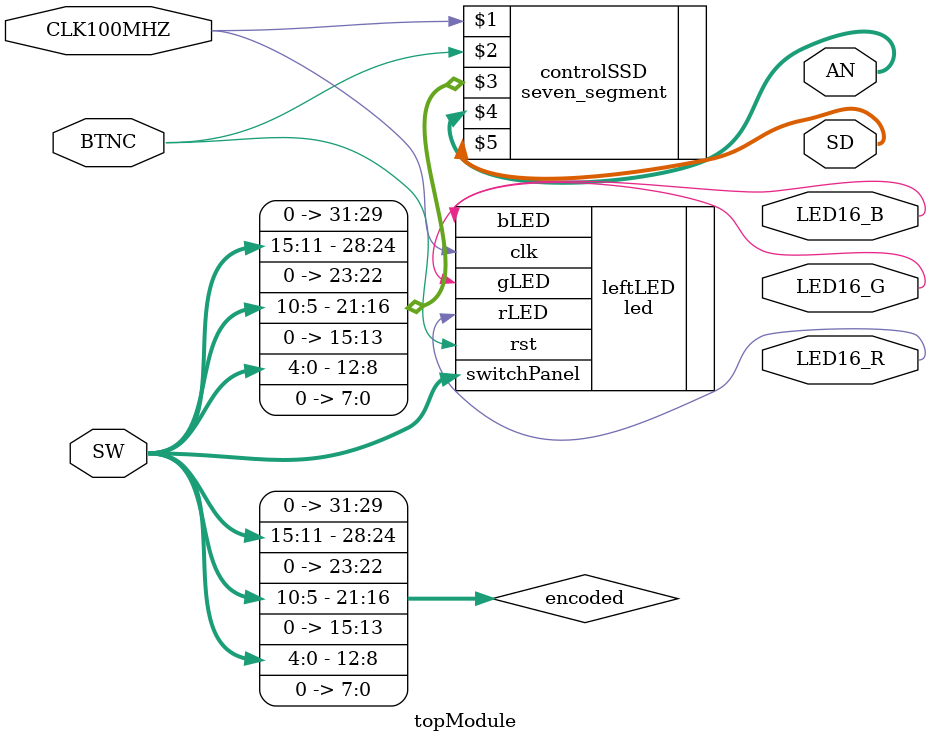
<source format=v>
`include "led.v"
`include "ssd.v"
`include "seven_segment.v"
module topModule(SW, LED16_B, LED16_G, LED16_R, CLK100MHZ, BTNC, AN, SD);

    //Define the inputs here
    input [15:0] SW; 
    input CLK100MHZ; 
    input BTNC;

    //Define outputs here
    output LED16_B, LED16_G, LED16_R;
    output wire [7:0] SD; // ask herring about this: why do i need wire and not reg
    output wire [7:0] AN;


    wire [31:0] encoded;
    assign encoded[3:0] = 4'h0;
    assign encoded[7:4] = 4'h0;
    assign encoded[11:8] = SW[3:0];
    assign encoded[15:12] = {3'b0, SW[4]};
    assign encoded[19:16] = SW[8:5];
    assign encoded[23:20] = {2'b0, SW[10:9]};
    assign encoded[27:24] = SW[14:11];
    assign encoded[31:28] = {3'b0, SW[15]};
    
    //Create led controller obj
    led leftLED(
        .switchPanel(SW), 
        .rLED(LED16_R), 
        .gLED(LED16_G), 
        .bLED(LED16_B),
        .clk(CLK100MHZ), 
        .rst(BTNC)
    );

    seven_segment controlSSD (CLK100MHZ, BTNC, encoded, AN, SD);

    /*ssd display(
        .clk(CLK100MHZ), 
        .switches(SW), 
        .sevenSeg(SD), 
        .commonAnode(AN)
    ); */




endmodule
</source>
